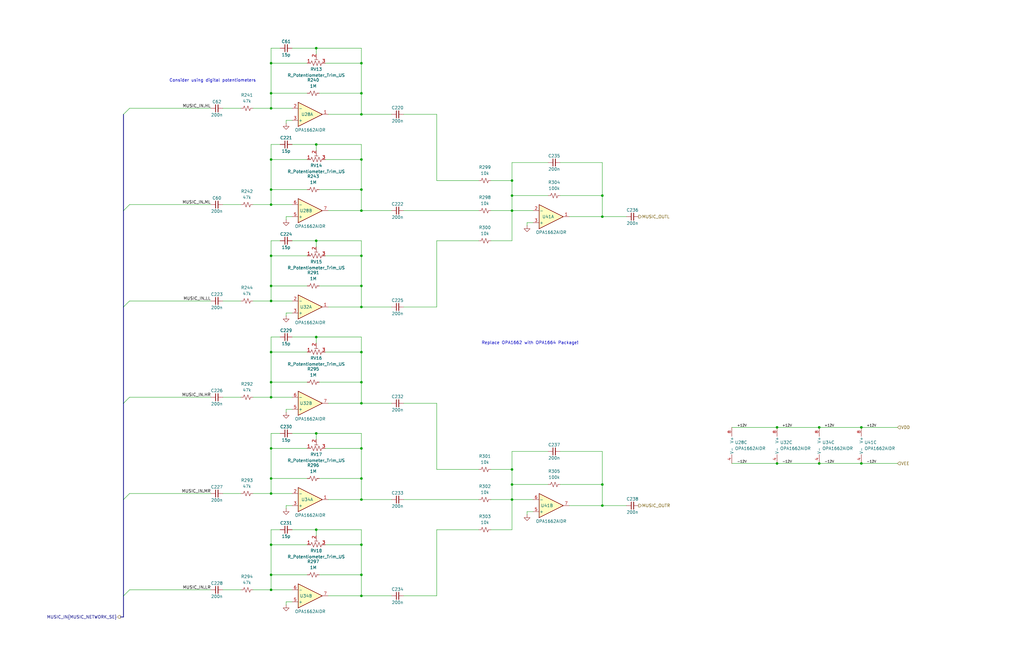
<source format=kicad_sch>
(kicad_sch (version 20250114) (generator "eeschema") (generator_version "9.0")
  (paper "B")
  (lib_symbols
    (symbol "Amplifier_Operational:OPA1656ID" (pin_names (offset 0.127))
      (property "Reference" "U" (at 0 5.08 0))
      (property "Value" "OPA1656ID" (at 0 -5.08 0))
      (symbol "OPA1656ID_1_1"
        (polyline (pts (xy -5.08 5.08) (xy 5.08 0) (xy -5.08 -5.08) (xy -5.08 5.08)) (stroke (width 0.254)) (fill (type background)))
        (pin input line (at -7.62 2.54 0) (length 2.54) (name "+") (number "3"))
        (pin input line (at -7.62 -2.54 0) (length 2.54) (name "-") (number "2"))
        (pin output line (at 7.62 0 180) (length 2.54) (name "~") (number "1"))
      )
      (symbol "OPA1656ID_2_1"
        (polyline (pts (xy -5.08 5.08) (xy 5.08 0) (xy -5.08 -5.08) (xy -5.08 5.08)) (stroke (width 0.254)) (fill (type background)))
        (pin input line (at -7.62 2.54 0) (length 2.54) (name "+") (number "5"))
        (pin input line (at -7.62 -2.54 0) (length 2.54) (name "-") (number "6"))
        (pin output line (at 7.62 0 180) (length 2.54) (name "~") (number "7"))
      )
      (symbol "OPA1656ID_3_1"
        (pin power_in line (at -2.54 7.62 270) (length 3.81) (name "V+") (number "8"))
        (pin power_in line (at -2.54 -7.62 90) (length 3.81) (name "V-") (number "4"))
      )
    )
    (symbol "Device:C_Small" (pin_numbers (hide yes)) (pin_names (offset 0.254) (hide yes))
      (property "Reference" "C" (at 0.254 1.778 0))
      (property "Value" "C_Small" (at 0.254 -2.032 0))
      (symbol "C_Small_0_1"
        (polyline (pts (xy -1.524 0.508) (xy 1.524 0.508)) (stroke (width 0.3048)))
        (polyline (pts (xy -1.524 -0.508) (xy 1.524 -0.508)) (stroke (width 0.3302)))
      )
      (symbol "C_Small_1_1"
        (pin passive line (at 0 2.54 270) (length 2.032) (name "~") (number "1"))
        (pin passive line (at 0 -2.54 90) (length 2.032) (name "~") (number "2"))
      )
    )
    (symbol "Device:R_Potentiometer_Trim_US" (pin_names (offset 1.016) (hide yes))
      (property "Reference" "RV" (at -4.445 0 90))
      (property "Value" "R_Potentiometer_Trim_US" (at -2.54 0 90))
      (symbol "R_Potentiometer_Trim_US_0_1"
        (polyline (pts (xy 0 2.286) (xy 0 2.54)))
        (polyline (pts (xy 0 2.286) (xy 1.016 1.905) (xy 0 1.524) (xy -1.016 1.143) (xy 0 0.762)))
        (polyline (pts (xy 0 0.762) (xy 1.016 0.381) (xy 0 0) (xy -1.016 -0.381) (xy 0 -0.762)))
        (polyline (pts (xy 0 -0.762) (xy 1.016 -1.143) (xy 0 -1.524) (xy -1.016 -1.905) (xy 0 -2.286)))
        (polyline (pts (xy 0 -2.286) (xy 0 -2.54)))
        (polyline (pts (xy 1.524 0.762) (xy 1.524 -0.762)))
        (polyline (pts (xy 2.54 0) (xy 1.524 0)))
      )
      (symbol "R_Potentiometer_Trim_US_1_1"
        (pin passive line (at 0 3.81 270) (length 1.27) (name "1") (number "1"))
        (pin passive line (at 0 -3.81 90) (length 1.27) (name "3") (number "3"))
        (pin passive line (at 3.81 0 180) (length 1.27) (name "2") (number "2"))
      )
    )
    (symbol "Device:R_Small_US" (pin_numbers (hide yes)) (pin_names (offset 0.254) (hide yes))
      (property "Reference" "R" (at 0.762 0.508 0))
      (property "Value" "R_Small_US" (at 0.762 -1.016 0))
      (symbol "R_Small_US_1_1"
        (polyline (pts (xy 0 1.524) (xy 1.016 1.143) (xy 0 0.762) (xy -1.016 0.381) (xy 0 0)))
        (polyline (pts (xy 0 0) (xy 1.016 -0.381) (xy 0 -0.762) (xy -1.016 -1.143) (xy 0 -1.524)))
        (pin passive line (at 0 2.54 270) (length 1.016) (name "~") (number "1"))
        (pin passive line (at 0 -2.54 90) (length 1.016) (name "~") (number "2"))
      )
    )
    (symbol "power:GND" (power) (pin_numbers (hide yes)) (pin_names (offset 0) (hide yes))
      (property "Value" "GND" (at 0 -3.81 0))
      (symbol "GND_0_1"
        (polyline (pts (xy 0 0) (xy 0 -1.27) (xy 1.27 -1.27) (xy 0 -2.54) (xy -1.27 -1.27) (xy 0 -1.27)))
      )
      (symbol "GND_1_1"
        (pin power_in line (at 0 0 270) (length 0) (name "~") (number "1"))
      )
    )
  )
  (text "Replace OPA1662 with OPA1664 Package!" (at 223.52 144.78 0) (effects (font (size 1.27 1.27))))
  (text "Consider using digital potentiometers" (at 89.662 34.036 0) (effects (font (size 1.27 1.27))))
  (junction (at 254 82.55))
  (junction (at 114.3 120.65))
  (junction (at 152.4 88.9))
  (junction (at 254 213.36))
  (junction (at 114.3 148.59))
  (junction (at 152.4 26.67))
  (junction (at 152.4 80.01))
  (junction (at 114.3 80.01))
  (junction (at 114.3 45.72))
  (junction (at 152.4 107.95))
  (junction (at 114.3 161.29))
  (junction (at 114.3 208.28))
  (junction (at 133.35 223.52))
  (junction (at 114.3 127))
  (junction (at 152.4 189.23))
  (junction (at 114.3 167.64))
  (junction (at 152.4 120.65))
  (junction (at 215.9 88.9))
  (junction (at 327.66 180.34))
  (junction (at 215.9 210.82))
  (junction (at 114.3 39.37))
  (junction (at 152.4 251.46))
  (junction (at 345.44 195.58))
  (junction (at 114.3 189.23))
  (junction (at 152.4 48.26))
  (junction (at 254 91.44))
  (junction (at 215.9 204.47))
  (junction (at 133.35 142.24))
  (junction (at 363.22 195.58))
  (junction (at 133.35 20.32))
  (junction (at 152.4 242.57))
  (junction (at 327.66 195.58))
  (junction (at 152.4 210.82))
  (junction (at 152.4 229.87))
  (junction (at 133.35 60.96))
  (junction (at 152.4 67.31))
  (junction (at 114.3 242.57))
  (junction (at 254 204.47))
  (junction (at 215.9 82.55))
  (junction (at 114.3 248.92))
  (junction (at 152.4 201.93))
  (junction (at 114.3 86.36))
  (junction (at 152.4 170.18))
  (junction (at 133.35 101.6))
  (junction (at 114.3 26.67))
  (junction (at 152.4 39.37))
  (junction (at 114.3 229.87))
  (junction (at 114.3 107.95))
  (junction (at 152.4 148.59))
  (junction (at 215.9 76.2))
  (junction (at 133.35 182.88))
  (junction (at 215.9 198.12))
  (junction (at 114.3 67.31))
  (junction (at 363.22 180.34))
  (junction (at 152.4 129.54))
  (junction (at 114.3 201.93))
  (junction (at 345.44 180.34))
  (junction (at 152.4 161.29))
  (bus_entry (at 52.07 48.26) (size 2.54 -2.54))
  (bus_entry (at 52.07 251.46) (size 2.54 -2.54))
  (bus_entry (at 52.07 210.82) (size 2.54 -2.54))
  (bus_entry (at 52.07 129.54) (size 2.54 -2.54))
  (bus_entry (at 52.07 88.9) (size 2.54 -2.54))
  (bus_entry (at 52.07 170.18) (size 2.54 -2.54))
  (wire (pts (xy 129.54 189.23) (xy 114.3 189.23)))
  (wire (pts (xy 129.54 67.31) (xy 114.3 67.31)))
  (wire (pts (xy 170.18 88.9) (xy 201.93 88.9)))
  (wire (pts (xy 152.4 107.95) (xy 152.4 120.65)))
  (wire (pts (xy 93.98 208.28) (xy 101.6 208.28)))
  (wire (pts (xy 133.35 182.88) (xy 133.35 185.42)))
  (wire (pts (xy 222.25 217.17) (xy 222.25 215.9)))
  (wire (pts (xy 207.01 88.9) (xy 215.9 88.9)))
  (wire (pts (xy 184.15 48.26) (xy 170.18 48.26)))
  (wire (pts (xy 170.18 129.54) (xy 184.15 129.54)))
  (wire (pts (xy 114.3 120.65) (xy 129.54 120.65)))
  (wire (pts (xy 133.35 223.52) (xy 152.4 223.52)))
  (wire (pts (xy 137.16 148.59) (xy 152.4 148.59)))
  (wire (pts (xy 152.4 148.59) (xy 152.4 161.29)))
  (wire (pts (xy 224.79 210.82) (xy 215.9 210.82)))
  (wire (pts (xy 137.16 67.31) (xy 152.4 67.31)))
  (wire (pts (xy 134.62 201.93) (xy 152.4 201.93)))
  (wire (pts (xy 114.3 142.24) (xy 118.11 142.24)))
  (wire (pts (xy 236.22 68.58) (xy 254 68.58)))
  (wire (pts (xy 129.54 26.67) (xy 114.3 26.67)))
  (wire (pts (xy 254 204.47) (xy 254 213.36)))
  (wire (pts (xy 120.65 213.36) (xy 123.19 213.36)))
  (wire (pts (xy 123.19 223.52) (xy 133.35 223.52)))
  (wire (pts (xy 152.4 182.88) (xy 152.4 189.23)))
  (wire (pts (xy 114.3 242.57) (xy 129.54 242.57)))
  (wire (pts (xy 114.3 101.6) (xy 118.11 101.6)))
  (wire (pts (xy 54.61 127) (xy 88.9 127)))
  (wire (pts (xy 106.68 167.64) (xy 114.3 167.64)))
  (wire (pts (xy 133.35 182.88) (xy 152.4 182.88)))
  (wire (pts (xy 123.19 248.92) (xy 114.3 248.92)))
  (wire (pts (xy 93.98 86.36) (xy 101.6 86.36)))
  (wire (pts (xy 133.35 142.24) (xy 152.4 142.24)))
  (wire (pts (xy 106.68 45.72) (xy 114.3 45.72)))
  (wire (pts (xy 207.01 76.2) (xy 215.9 76.2)))
  (wire (pts (xy 152.4 242.57) (xy 152.4 251.46)))
  (wire (pts (xy 133.35 20.32) (xy 133.35 22.86)))
  (wire (pts (xy 114.3 201.93) (xy 129.54 201.93)))
  (wire (pts (xy 215.9 82.55) (xy 231.14 82.55)))
  (wire (pts (xy 114.3 161.29) (xy 129.54 161.29)))
  (wire (pts (xy 129.54 107.95) (xy 114.3 107.95)))
  (wire (pts (xy 137.16 107.95) (xy 152.4 107.95)))
  (wire (pts (xy 106.68 248.92) (xy 114.3 248.92)))
  (wire (pts (xy 224.79 88.9) (xy 215.9 88.9)))
  (bus (pts (xy 52.07 88.9) (xy 52.07 129.54)))
  (wire (pts (xy 222.25 93.98) (xy 224.79 93.98)))
  (wire (pts (xy 106.68 127) (xy 114.3 127)))
  (wire (pts (xy 152.4 189.23) (xy 152.4 201.93)))
  (wire (pts (xy 254 91.44) (xy 264.16 91.44)))
  (wire (pts (xy 308.61 195.58) (xy 327.66 195.58)))
  (wire (pts (xy 207.01 223.52) (xy 215.9 223.52)))
  (wire (pts (xy 201.93 198.12) (xy 184.15 198.12)))
  (wire (pts (xy 152.4 161.29) (xy 152.4 170.18)))
  (wire (pts (xy 170.18 210.82) (xy 201.93 210.82)))
  (wire (pts (xy 93.98 45.72) (xy 101.6 45.72)))
  (wire (pts (xy 114.3 182.88) (xy 118.11 182.88)))
  (wire (pts (xy 93.98 248.92) (xy 101.6 248.92)))
  (wire (pts (xy 184.15 101.6) (xy 201.93 101.6)))
  (wire (pts (xy 152.4 201.93) (xy 152.4 210.82)))
  (wire (pts (xy 114.3 148.59) (xy 114.3 161.29)))
  (wire (pts (xy 120.65 214.63) (xy 120.65 213.36)))
  (wire (pts (xy 152.4 39.37) (xy 152.4 48.26)))
  (wire (pts (xy 114.3 80.01) (xy 129.54 80.01)))
  (wire (pts (xy 327.66 180.34) (xy 345.44 180.34)))
  (wire (pts (xy 114.3 20.32) (xy 118.11 20.32)))
  (wire (pts (xy 120.65 92.71) (xy 120.65 91.44)))
  (bus (pts (xy 52.07 251.46) (xy 52.07 260.35)))
  (wire (pts (xy 123.19 45.72) (xy 114.3 45.72)))
  (wire (pts (xy 254 213.36) (xy 264.16 213.36)))
  (wire (pts (xy 54.61 208.28) (xy 88.9 208.28)))
  (wire (pts (xy 114.3 67.31) (xy 114.3 80.01)))
  (wire (pts (xy 152.4 251.46) (xy 165.1 251.46)))
  (wire (pts (xy 137.16 189.23) (xy 152.4 189.23)))
  (wire (pts (xy 363.22 180.34) (xy 378.46 180.34)))
  (wire (pts (xy 93.98 127) (xy 101.6 127)))
  (wire (pts (xy 134.62 39.37) (xy 152.4 39.37)))
  (wire (pts (xy 184.15 198.12) (xy 184.15 170.18)))
  (wire (pts (xy 215.9 88.9) (xy 215.9 82.55)))
  (wire (pts (xy 133.35 142.24) (xy 133.35 144.78)))
  (wire (pts (xy 114.3 223.52) (xy 118.11 223.52)))
  (wire (pts (xy 134.62 80.01) (xy 152.4 80.01)))
  (wire (pts (xy 152.4 170.18) (xy 138.43 170.18)))
  (wire (pts (xy 120.65 52.07) (xy 120.65 50.8)))
  (wire (pts (xy 207.01 210.82) (xy 215.9 210.82)))
  (wire (pts (xy 137.16 26.67) (xy 152.4 26.67)))
  (wire (pts (xy 123.19 60.96) (xy 133.35 60.96)))
  (bus (pts (xy 52.07 170.18) (xy 52.07 210.82)))
  (wire (pts (xy 152.4 129.54) (xy 165.1 129.54)))
  (wire (pts (xy 114.3 101.6) (xy 114.3 107.95)))
  (wire (pts (xy 152.4 210.82) (xy 138.43 210.82)))
  (bus (pts (xy 52.07 129.54) (xy 52.07 170.18)))
  (wire (pts (xy 114.3 223.52) (xy 114.3 229.87)))
  (wire (pts (xy 123.19 208.28) (xy 114.3 208.28)))
  (wire (pts (xy 254 82.55) (xy 254 91.44)))
  (wire (pts (xy 308.61 180.34) (xy 327.66 180.34)))
  (wire (pts (xy 215.9 204.47) (xy 231.14 204.47)))
  (wire (pts (xy 114.3 107.95) (xy 114.3 120.65)))
  (wire (pts (xy 207.01 101.6) (xy 215.9 101.6)))
  (wire (pts (xy 120.65 50.8) (xy 123.19 50.8)))
  (wire (pts (xy 201.93 76.2) (xy 184.15 76.2)))
  (wire (pts (xy 152.4 60.96) (xy 152.4 67.31)))
  (wire (pts (xy 114.3 20.32) (xy 114.3 26.67)))
  (wire (pts (xy 133.35 20.32) (xy 152.4 20.32)))
  (wire (pts (xy 123.19 101.6) (xy 133.35 101.6)))
  (wire (pts (xy 123.19 167.64) (xy 114.3 167.64)))
  (wire (pts (xy 152.4 101.6) (xy 152.4 107.95)))
  (wire (pts (xy 152.4 20.32) (xy 152.4 26.67)))
  (wire (pts (xy 215.9 190.5) (xy 215.9 198.12)))
  (wire (pts (xy 152.4 88.9) (xy 138.43 88.9)))
  (wire (pts (xy 114.3 142.24) (xy 114.3 148.59)))
  (wire (pts (xy 215.9 101.6) (xy 215.9 88.9)))
  (wire (pts (xy 114.3 229.87) (xy 114.3 242.57)))
  (wire (pts (xy 120.65 173.99) (xy 120.65 172.72)))
  (wire (pts (xy 114.3 26.67) (xy 114.3 39.37)))
  (wire (pts (xy 114.3 248.92) (xy 114.3 242.57)))
  (wire (pts (xy 114.3 60.96) (xy 114.3 67.31)))
  (wire (pts (xy 184.15 251.46) (xy 184.15 223.52)))
  (bus (pts (xy 52.07 260.35) (xy 50.8 260.35)))
  (wire (pts (xy 114.3 86.36) (xy 114.3 80.01)))
  (wire (pts (xy 54.61 45.72) (xy 88.9 45.72)))
  (wire (pts (xy 120.65 91.44) (xy 123.19 91.44)))
  (wire (pts (xy 222.25 215.9) (xy 224.79 215.9)))
  (wire (pts (xy 152.4 210.82) (xy 165.1 210.82)))
  (wire (pts (xy 215.9 68.58) (xy 215.9 76.2)))
  (wire (pts (xy 254 68.58) (xy 254 82.55)))
  (wire (pts (xy 137.16 229.87) (xy 152.4 229.87)))
  (wire (pts (xy 129.54 229.87) (xy 114.3 229.87)))
  (wire (pts (xy 54.61 167.64) (xy 88.9 167.64)))
  (wire (pts (xy 152.4 80.01) (xy 152.4 88.9)))
  (wire (pts (xy 123.19 127) (xy 114.3 127)))
  (wire (pts (xy 184.15 223.52) (xy 201.93 223.52)))
  (wire (pts (xy 123.19 86.36) (xy 114.3 86.36)))
  (wire (pts (xy 134.62 120.65) (xy 152.4 120.65)))
  (wire (pts (xy 152.4 223.52) (xy 152.4 229.87)))
  (wire (pts (xy 236.22 204.47) (xy 254 204.47)))
  (wire (pts (xy 215.9 198.12) (xy 215.9 204.47)))
  (wire (pts (xy 120.65 255.27) (xy 120.65 254)))
  (wire (pts (xy 114.3 167.64) (xy 114.3 161.29)))
  (bus (pts (xy 52.07 48.26) (xy 52.07 88.9)))
  (wire (pts (xy 114.3 189.23) (xy 114.3 201.93)))
  (wire (pts (xy 133.35 60.96) (xy 152.4 60.96)))
  (wire (pts (xy 152.4 229.87) (xy 152.4 242.57)))
  (wire (pts (xy 114.3 60.96) (xy 118.11 60.96)))
  (wire (pts (xy 345.44 195.58) (xy 363.22 195.58)))
  (wire (pts (xy 106.68 208.28) (xy 114.3 208.28)))
  (wire (pts (xy 120.65 254) (xy 123.19 254)))
  (wire (pts (xy 254 190.5) (xy 254 204.47)))
  (wire (pts (xy 254 91.44) (xy 240.03 91.44)))
  (wire (pts (xy 152.4 26.67) (xy 152.4 39.37)))
  (wire (pts (xy 184.15 170.18) (xy 170.18 170.18)))
  (wire (pts (xy 129.54 148.59) (xy 114.3 148.59)))
  (wire (pts (xy 123.19 182.88) (xy 133.35 182.88)))
  (wire (pts (xy 152.4 48.26) (xy 165.1 48.26)))
  (wire (pts (xy 236.22 82.55) (xy 254 82.55)))
  (wire (pts (xy 93.98 167.64) (xy 101.6 167.64)))
  (wire (pts (xy 215.9 68.58) (xy 231.14 68.58)))
  (wire (pts (xy 345.44 180.34) (xy 363.22 180.34)))
  (wire (pts (xy 152.4 88.9) (xy 165.1 88.9)))
  (wire (pts (xy 123.19 20.32) (xy 133.35 20.32)))
  (wire (pts (xy 114.3 208.28) (xy 114.3 201.93)))
  (wire (pts (xy 114.3 39.37) (xy 129.54 39.37)))
  (wire (pts (xy 120.65 132.08) (xy 123.19 132.08)))
  (wire (pts (xy 363.22 195.58) (xy 378.46 195.58)))
  (wire (pts (xy 54.61 248.92) (xy 88.9 248.92)))
  (wire (pts (xy 184.15 129.54) (xy 184.15 101.6)))
  (wire (pts (xy 254 213.36) (xy 240.03 213.36)))
  (wire (pts (xy 120.65 172.72) (xy 123.19 172.72)))
  (wire (pts (xy 215.9 76.2) (xy 215.9 82.55)))
  (wire (pts (xy 54.61 86.36) (xy 88.9 86.36)))
  (wire (pts (xy 152.4 120.65) (xy 152.4 129.54)))
  (wire (pts (xy 327.66 195.58) (xy 345.44 195.58)))
  (wire (pts (xy 120.65 133.35) (xy 120.65 132.08)))
  (bus (pts (xy 52.07 210.82) (xy 52.07 251.46)))
  (wire (pts (xy 184.15 76.2) (xy 184.15 48.26)))
  (wire (pts (xy 152.4 48.26) (xy 138.43 48.26)))
  (wire (pts (xy 123.19 142.24) (xy 133.35 142.24)))
  (wire (pts (xy 152.4 170.18) (xy 165.1 170.18)))
  (wire (pts (xy 114.3 45.72) (xy 114.3 39.37)))
  (wire (pts (xy 114.3 127) (xy 114.3 120.65)))
  (wire (pts (xy 106.68 86.36) (xy 114.3 86.36)))
  (wire (pts (xy 222.25 95.25) (xy 222.25 93.98)))
  (wire (pts (xy 152.4 251.46) (xy 138.43 251.46)))
  (wire (pts (xy 207.01 198.12) (xy 215.9 198.12)))
  (wire (pts (xy 152.4 142.24) (xy 152.4 148.59)))
  (wire (pts (xy 152.4 129.54) (xy 138.43 129.54)))
  (wire (pts (xy 134.62 242.57) (xy 152.4 242.57)))
  (wire (pts (xy 170.18 251.46) (xy 184.15 251.46)))
  (wire (pts (xy 114.3 182.88) (xy 114.3 189.23)))
  (wire (pts (xy 215.9 223.52) (xy 215.9 210.82)))
  (wire (pts (xy 133.35 101.6) (xy 152.4 101.6)))
  (wire (pts (xy 215.9 210.82) (xy 215.9 204.47)))
  (wire (pts (xy 152.4 67.31) (xy 152.4 80.01)))
  (wire (pts (xy 236.22 190.5) (xy 254 190.5)))
  (wire (pts (xy 133.35 223.52) (xy 133.35 226.06)))
  (wire (pts (xy 133.35 101.6) (xy 133.35 104.14)))
  (wire (pts (xy 134.62 161.29) (xy 152.4 161.29)))
  (wire (pts (xy 133.35 60.96) (xy 133.35 63.5)))
  (wire (pts (xy 215.9 190.5) (xy 231.14 190.5)))
  (label "-12V" (at 351.79 195.58 180) (effects (font (size 1 1))))
  (label "+12V" (at 334.01 180.34 180) (effects (font (size 1 1))))
  (label "MUSIC_IN.HR" (at 88.9 167.64 180))
  (label "MUSIC_IN.LL" (at 88.9 127 180))
  (label "-12V" (at 314.96 195.58 180) (effects (font (size 1 1))))
  (label "MUSIC_IN.LR" (at 88.9 248.92 180))
  (label "-12V" (at 334.01 195.58 180) (effects (font (size 1 1))))
  (label "+12V" (at 314.96 180.34 180) (effects (font (size 1 1))))
  (label "MUSIC_IN.HL" (at 88.9 45.72 180))
  (label "+12V" (at 351.79 180.34 180) (effects (font (size 1 1))))
  (label "MUSIC_IN.MR" (at 88.9 208.28 180))
  (label "MUSIC_IN.ML" (at 88.9 86.36 180))
  (label "+12V" (at 369.57 180.34 180) (effects (font (size 1 1))))
  (label "-12V" (at 369.57 195.58 180) (effects (font (size 1 1))))
  (hierarchical_label "MUSIC_OUTL" (shape output) (at 269.24 91.44 0))
  (hierarchical_label "MUSIC_IN{MUSIC_NETWORK_SE}" (shape output) (at 50.8 260.35 180))
  (hierarchical_label "VDD" (shape input) (at 378.46 180.34 0))
  (hierarchical_label "MUSIC_OUTR" (shape output) (at 269.24 213.36 0))
  (hierarchical_label "VEE" (shape input) (at 378.46 195.58 0))
  (symbol (lib_id "Device:C_Small") (at 120.65 142.24 90) (mirror x) (unit 1)
    (property "Reference" "C229" (at 120.65 139.446 90))
    (property "Value" "15p" (at 120.65 145.034 90))
    (property "Description" "Unpolarized capacitor, small symbol" (effects (hide yes)))
  )
  (symbol (lib_id "Amplifier_Operational:OPA1656ID") (at 232.41 91.44 0) (mirror x) (unit 1)
    (property "Reference" "U41" (at 231.14 91.44 0))
    (property "Value" "OPA1662AIDR" (at 232.41 98.044 0))
    (property "Footprint" "Package_SO:SOIC-8_3.9x4.9mm_P1.27mm" (effects (hide yes)))
    (property "Datasheet" "https://www.ti.com/lit/ds/symlink/opa1662.pdf?HQS=dis-dk-null-digikeymode-dsf-pf-null-wwe&ts=1750397590108&ref_url=https%253A%252F%252Fwww.ti.com%252Fgeneral%252Fdocs%252Fsuppproductinfo.tsp%253FdistId%253D10%2526gotoUrl%253Dhttps%253A%252F%252Fwww.ti.com%252Flit%252Fgpn%252Fopa1662" (effects (hide yes)))
    (property "Description" "Dual Ultra-Low-Noise, Low-Distortion, FET-Input, Burr-Brown Audio Operational Amplifiers, SOIC-8" (effects (hide yes)))
  )
  (symbol (lib_id "Device:R_Potentiometer_Trim_US") (at 133.35 26.67 90) (unit 1)
    (property "Reference" "RV13" (at 133.35 29.21 90))
    (property "Value" "R_Potentiometer_Trim_US" (at 133.35 31.75 90))
    (property "Description" "Trim-potentiometer, US symbol" (effects (hide yes)))
  )
  (symbol (lib_id "Device:C_Small") (at 120.65 60.96 90) (mirror x) (unit 1)
    (property "Reference" "C221" (at 120.65 58.166 90))
    (property "Value" "15p" (at 120.65 63.754 90))
    (property "Description" "Unpolarized capacitor, small symbol" (effects (hide yes)))
  )
  (symbol (lib_id "power:GND") (at 222.25 217.17 0) (unit 1)
    (property "Reference" "#PWR0167" (effects (hide yes)))
    (property "Value" "GND" (effects (hide yes)))
    (property "Description" "Power symbol creates a global label with name \"GND\" , ground" (effects (hide yes)))
  )
  (symbol (lib_id "Device:R_Potentiometer_Trim_US") (at 133.35 189.23 90) (unit 1)
    (property "Reference" "RV17" (at 133.35 191.77 90))
    (property "Value" "R_Potentiometer_Trim_US" (at 133.35 194.31 90))
    (property "Description" "Trim-potentiometer, US symbol" (effects (hide yes)))
  )
  (symbol (lib_id "Device:C_Small") (at 167.64 48.26 90) (mirror x) (unit 1)
    (property "Reference" "C220" (at 167.64 45.466 90))
    (property "Value" "200n" (at 167.64 51.054 90))
    (property "Description" "Unpolarized capacitor, small symbol" (effects (hide yes)))
  )
  (symbol (lib_id "Amplifier_Operational:OPA1656ID") (at 130.81 88.9 0) (mirror x) (unit 2)
    (property "Reference" "U28" (at 129.032 88.9 0))
    (property "Value" "OPA1662AIDR" (at 130.81 95.504 0))
    (property "Footprint" "Package_SO:SOIC-8_3.9x4.9mm_P1.27mm" (effects (hide yes)))
    (property "Datasheet" "https://www.ti.com/lit/ds/symlink/opa1662.pdf?HQS=dis-dk-null-digikeymode-dsf-pf-null-wwe&ts=1750397590108&ref_url=https%253A%252F%252Fwww.ti.com%252Fgeneral%252Fdocs%252Fsuppproductinfo.tsp%253FdistId%253D10%2526gotoUrl%253Dhttps%253A%252F%252Fwww.ti.com%252Flit%252Fgpn%252Fopa1662" (effects (hide yes)))
    (property "Description" "Dual Ultra-Low-Noise, Low-Distortion, FET-Input, Burr-Brown Audio Operational Amplifiers, SOIC-8" (effects (hide yes)))
  )
  (symbol (lib_id "Amplifier_Operational:OPA1656ID") (at 130.81 210.82 0) (mirror x) (unit 1)
    (property "Reference" "U34" (at 129.54 210.82 0))
    (property "Value" "OPA1662AIDR" (at 130.81 217.424 0))
    (property "Footprint" "Package_SO:SOIC-8_3.9x4.9mm_P1.27mm" (effects (hide yes)))
    (property "Datasheet" "https://www.ti.com/lit/ds/symlink/opa1662.pdf?HQS=dis-dk-null-digikeymode-dsf-pf-null-wwe&ts=1750397590108&ref_url=https%253A%252F%252Fwww.ti.com%252Fgeneral%252Fdocs%252Fsuppproductinfo.tsp%253FdistId%253D10%2526gotoUrl%253Dhttps%253A%252F%252Fwww.ti.com%252Flit%252Fgpn%252Fopa1662" (effects (hide yes)))
    (property "Description" "Dual Ultra-Low-Noise, Low-Distortion, FET-Input, Burr-Brown Audio Operational Amplifiers, SOIC-8" (effects (hide yes)))
  )
  (symbol (lib_id "Device:C_Small") (at 233.68 190.5 90) (mirror x) (unit 1)
    (property "Reference" "C237" (at 233.68 187.706 90))
    (property "Value" "200n" (at 233.68 193.294 90))
    (property "Description" "Unpolarized capacitor, small symbol" (effects (hide yes)))
  )
  (symbol (lib_id "Device:R_Small_US") (at 104.14 86.36 90) (unit 1)
    (property "Reference" "R242" (at 104.14 80.772 90))
    (property "Value" "47k" (at 104.14 83.312 90))
    (property "Description" "Resistor, small US symbol" (effects (hide yes)))
  )
  (symbol (lib_id "Device:R_Small_US") (at 204.47 76.2 90) (unit 1)
    (property "Reference" "R299" (at 204.47 70.612 90))
    (property "Value" "10k" (at 204.47 73.152 90))
    (property "Description" "Resistor, small US symbol" (effects (hide yes)))
  )
  (symbol (lib_id "Device:R_Small_US") (at 104.14 127 90) (unit 1)
    (property "Reference" "R244" (at 104.14 121.412 90))
    (property "Value" "47k" (at 104.14 123.952 90))
    (property "Description" "Resistor, small US symbol" (effects (hide yes)))
  )
  (symbol (lib_id "Device:C_Small") (at 167.64 88.9 90) (mirror x) (unit 1)
    (property "Reference" "C222" (at 167.64 86.106 90))
    (property "Value" "200n" (at 167.64 91.694 90))
    (property "Description" "Unpolarized capacitor, small symbol" (effects (hide yes)))
  )
  (symbol (lib_id "Device:C_Small") (at 91.44 248.92 90) (mirror x) (unit 1)
    (property "Reference" "C228" (at 91.44 246.126 90))
    (property "Value" "200n" (at 91.44 251.714 90))
    (property "Description" "Unpolarized capacitor, small symbol" (effects (hide yes)))
  )
  (symbol (lib_id "Device:R_Small_US") (at 204.47 101.6 90) (unit 1)
    (property "Reference" "R300" (at 204.47 96.012 90))
    (property "Value" "10k" (at 204.47 98.552 90))
    (property "Description" "Resistor, small US symbol" (effects (hide yes)))
  )
  (symbol (lib_id "Device:R_Small_US") (at 132.08 120.65 90) (unit 1)
    (property "Reference" "R291" (at 132.08 115.062 90))
    (property "Value" "1M" (at 132.08 117.602 90))
    (property "Description" "Resistor, small US symbol" (effects (hide yes)))
  )
  (symbol (lib_id "Amplifier_Operational:OPA1656ID") (at 130.81 48.26 0) (mirror x) (unit 1)
    (property "Reference" "U28" (at 129.54 48.26 0))
    (property "Value" "OPA1662AIDR" (at 130.81 54.864 0))
    (property "Footprint" "Package_SO:SOIC-8_3.9x4.9mm_P1.27mm" (effects (hide yes)))
    (property "Datasheet" "https://www.ti.com/lit/ds/symlink/opa1662.pdf?HQS=dis-dk-null-digikeymode-dsf-pf-null-wwe&ts=1750397590108&ref_url=https%253A%252F%252Fwww.ti.com%252Fgeneral%252Fdocs%252Fsuppproductinfo.tsp%253FdistId%253D10%2526gotoUrl%253Dhttps%253A%252F%252Fwww.ti.com%252Flit%252Fgpn%252Fopa1662" (effects (hide yes)))
    (property "Description" "Dual Ultra-Low-Noise, Low-Distortion, FET-Input, Burr-Brown Audio Operational Amplifiers, SOIC-8" (effects (hide yes)))
  )
  (symbol (lib_id "Device:R_Small_US") (at 204.47 198.12 90) (unit 1)
    (property "Reference" "R301" (at 204.47 192.532 90))
    (property "Value" "10k" (at 204.47 195.072 90))
    (property "Description" "Resistor, small US symbol" (effects (hide yes)))
  )
  (symbol (lib_id "Amplifier_Operational:OPA1656ID") (at 347.98 187.96 0) (unit 3)
    (property "Reference" "U34" (at 346.71 186.6899 0) (effects (justify left)))
    (property "Value" "OPA1662AIDR" (at 346.71 189.2299 0) (effects (justify left)))
    (property "Footprint" "Package_SO:SOIC-8_3.9x4.9mm_P1.27mm" (effects (hide yes)))
    (property "Datasheet" "https://www.ti.com/lit/ds/symlink/opa1662.pdf?HQS=dis-dk-null-digikeymode-dsf-pf-null-wwe&ts=1750397590108&ref_url=https%253A%252F%252Fwww.ti.com%252Fgeneral%252Fdocs%252Fsuppproductinfo.tsp%253FdistId%253D10%2526gotoUrl%253Dhttps%253A%252F%252Fwww.ti.com%252Flit%252Fgpn%252Fopa1662" (effects (hide yes)))
    (property "Description" "Dual Ultra-Low-Noise, Low-Distortion, FET-Input, Burr-Brown Audio Operational Amplifiers, SOIC-8" (effects (hide yes)))
  )
  (symbol (lib_id "Device:R_Small_US") (at 233.68 82.55 90) (unit 1)
    (property "Reference" "R304" (at 233.68 76.962 90))
    (property "Value" "100k" (at 233.68 79.502 90))
    (property "Description" "Resistor, small US symbol" (effects (hide yes)))
  )
  (symbol (lib_id "Amplifier_Operational:OPA1656ID") (at 130.81 129.54 0) (mirror x) (unit 1)
    (property "Reference" "U32" (at 129.032 129.54 0))
    (property "Value" "OPA1662AIDR" (at 130.81 136.144 0))
    (property "Footprint" "Package_SO:SOIC-8_3.9x4.9mm_P1.27mm" (effects (hide yes)))
    (property "Datasheet" "https://www.ti.com/lit/ds/symlink/opa1662.pdf?HQS=dis-dk-null-digikeymode-dsf-pf-null-wwe&ts=1750397590108&ref_url=https%253A%252F%252Fwww.ti.com%252Fgeneral%252Fdocs%252Fsuppproductinfo.tsp%253FdistId%253D10%2526gotoUrl%253Dhttps%253A%252F%252Fwww.ti.com%252Flit%252Fgpn%252Fopa1662" (effects (hide yes)))
    (property "Description" "Dual Ultra-Low-Noise, Low-Distortion, FET-Input, Burr-Brown Audio Operational Amplifiers, SOIC-8" (effects (hide yes)))
  )
  (symbol (lib_id "Amplifier_Operational:OPA1656ID") (at 130.81 251.46 0) (mirror x) (unit 2)
    (property "Reference" "U34" (at 129.032 251.46 0))
    (property "Value" "OPA1662AIDR" (at 130.81 258.064 0))
    (property "Footprint" "Package_SO:SOIC-8_3.9x4.9mm_P1.27mm" (effects (hide yes)))
    (property "Datasheet" "https://www.ti.com/lit/ds/symlink/opa1662.pdf?HQS=dis-dk-null-digikeymode-dsf-pf-null-wwe&ts=1750397590108&ref_url=https%253A%252F%252Fwww.ti.com%252Fgeneral%252Fdocs%252Fsuppproductinfo.tsp%253FdistId%253D10%2526gotoUrl%253Dhttps%253A%252F%252Fwww.ti.com%252Flit%252Fgpn%252Fopa1662" (effects (hide yes)))
    (property "Description" "Dual Ultra-Low-Noise, Low-Distortion, FET-Input, Burr-Brown Audio Operational Amplifiers, SOIC-8" (effects (hide yes)))
  )
  (symbol (lib_id "Device:R_Small_US") (at 104.14 167.64 90) (unit 1)
    (property "Reference" "R292" (at 104.14 162.052 90))
    (property "Value" "47k" (at 104.14 164.592 90))
    (property "Description" "Resistor, small US symbol" (effects (hide yes)))
  )
  (symbol (lib_id "Device:C_Small") (at 91.44 208.28 90) (mirror x) (unit 1)
    (property "Reference" "C227" (at 91.44 205.486 90))
    (property "Value" "200n" (at 91.44 211.074 90))
    (property "Description" "Unpolarized capacitor, small symbol" (effects (hide yes)))
  )
  (symbol (lib_id "Device:R_Small_US") (at 204.47 223.52 90) (unit 1)
    (property "Reference" "R303" (at 204.47 217.932 90))
    (property "Value" "10k" (at 204.47 220.472 90))
    (property "Description" "Resistor, small US symbol" (effects (hide yes)))
  )
  (symbol (lib_id "Device:R_Small_US") (at 233.68 204.47 90) (unit 1)
    (property "Reference" "R305" (at 233.68 198.882 90))
    (property "Value" "100k" (at 233.68 201.422 90))
    (property "Description" "Resistor, small US symbol" (effects (hide yes)))
  )
  (symbol (lib_id "Device:R_Small_US") (at 204.47 210.82 90) (unit 1)
    (property "Reference" "R302" (at 204.47 205.232 90))
    (property "Value" "10k" (at 204.47 207.772 90))
    (property "Description" "Resistor, small US symbol" (effects (hide yes)))
  )
  (symbol (lib_id "power:GND") (at 120.65 52.07 0) (unit 1)
    (property "Reference" "#PWR0159" (effects (hide yes)))
    (property "Value" "GND" (effects (hide yes)))
    (property "Description" "Power symbol creates a global label with name \"GND\" , ground" (effects (hide yes)))
  )
  (symbol (lib_id "Device:R_Small_US") (at 104.14 45.72 90) (unit 1)
    (property "Reference" "R241" (at 104.14 40.132 90))
    (property "Value" "47k" (at 104.14 42.672 90))
    (property "Description" "Resistor, small US symbol" (effects (hide yes)))
  )
  (symbol (lib_id "Device:R_Small_US") (at 132.08 39.37 90) (unit 1)
    (property "Reference" "R240" (at 132.08 33.782 90))
    (property "Value" "1M" (at 132.08 36.322 90))
    (property "Description" "Resistor, small US symbol" (effects (hide yes)))
  )
  (symbol (lib_id "Device:R_Small_US") (at 104.14 208.28 90) (unit 1)
    (property "Reference" "R293" (at 104.14 202.692 90))
    (property "Value" "47k" (at 104.14 205.232 90))
    (property "Description" "Resistor, small US symbol" (effects (hide yes)))
  )
  (symbol (lib_id "Device:R_Potentiometer_Trim_US") (at 133.35 229.87 90) (unit 1)
    (property "Reference" "RV18" (at 133.35 232.41 90))
    (property "Value" "R_Potentiometer_Trim_US" (at 133.35 234.95 90))
    (property "Description" "Trim-potentiometer, US symbol" (effects (hide yes)))
  )
  (symbol (lib_id "Device:C_Small") (at 120.65 182.88 90) (mirror x) (unit 1)
    (property "Reference" "C230" (at 120.65 180.086 90))
    (property "Value" "15p" (at 120.65 185.674 90))
    (property "Description" "Unpolarized capacitor, small symbol" (effects (hide yes)))
  )
  (symbol (lib_id "Device:C_Small") (at 167.64 251.46 90) (mirror x) (unit 1)
    (property "Reference" "C234" (at 167.64 248.666 90))
    (property "Value" "200n" (at 167.64 254.254 90))
    (property "Description" "Unpolarized capacitor, small symbol" (effects (hide yes)))
  )
  (symbol (lib_id "Device:C_Small") (at 167.64 129.54 90) (mirror x) (unit 1)
    (property "Reference" "C225" (at 167.64 126.746 90))
    (property "Value" "200n" (at 167.64 132.334 90))
    (property "Description" "Unpolarized capacitor, small symbol" (effects (hide yes)))
  )
  (symbol (lib_id "Device:C_Small") (at 120.65 223.52 90) (mirror x) (unit 1)
    (property "Reference" "C231" (at 120.65 220.726 90))
    (property "Value" "15p" (at 120.65 226.314 90))
    (property "Description" "Unpolarized capacitor, small symbol" (effects (hide yes)))
  )
  (symbol (lib_id "power:GND") (at 120.65 133.35 0) (unit 1)
    (property "Reference" "#PWR0161" (effects (hide yes)))
    (property "Value" "GND" (effects (hide yes)))
    (property "Description" "Power symbol creates a global label with name \"GND\" , ground" (effects (hide yes)))
  )
  (symbol (lib_id "Device:R_Small_US") (at 204.47 88.9 90) (unit 1)
    (property "Reference" "R298" (at 204.47 83.312 90))
    (property "Value" "10k" (at 204.47 85.852 90))
    (property "Description" "Resistor, small US symbol" (effects (hide yes)))
  )
  (symbol (lib_id "Device:R_Small_US") (at 132.08 161.29 90) (unit 1)
    (property "Reference" "R295" (at 132.08 155.702 90))
    (property "Value" "1M" (at 132.08 158.242 90))
    (property "Description" "Resistor, small US symbol" (effects (hide yes)))
  )
  (symbol (lib_id "Device:R_Potentiometer_Trim_US") (at 133.35 67.31 90) (unit 1)
    (property "Reference" "RV14" (at 133.35 69.85 90))
    (property "Value" "R_Potentiometer_Trim_US" (at 133.35 72.39 90))
    (property "Description" "Trim-potentiometer, US symbol" (effects (hide yes)))
  )
  (symbol (lib_id "power:GND") (at 120.65 92.71 0) (unit 1)
    (property "Reference" "#PWR0160" (effects (hide yes)))
    (property "Value" "GND" (effects (hide yes)))
    (property "Description" "Power symbol creates a global label with name \"GND\" , ground" (effects (hide yes)))
  )
  (symbol (lib_id "Device:R_Potentiometer_Trim_US") (at 133.35 107.95 90) (unit 1)
    (property "Reference" "RV15" (at 133.35 110.49 90))
    (property "Value" "R_Potentiometer_Trim_US" (at 133.35 113.03 90))
    (property "Description" "Trim-potentiometer, US symbol" (effects (hide yes)))
  )
  (symbol (lib_id "Amplifier_Operational:OPA1656ID") (at 330.2 187.96 0) (unit 3)
    (property "Reference" "U32" (at 328.93 186.6899 0) (effects (justify left)))
    (property "Value" "OPA1662AIDR" (at 328.93 189.2299 0) (effects (justify left)))
    (property "Footprint" "Package_SO:SOIC-8_3.9x4.9mm_P1.27mm" (effects (hide yes)))
    (property "Datasheet" "https://www.ti.com/lit/ds/symlink/opa1662.pdf?HQS=dis-dk-null-digikeymode-dsf-pf-null-wwe&ts=1750397590108&ref_url=https%253A%252F%252Fwww.ti.com%252Fgeneral%252Fdocs%252Fsuppproductinfo.tsp%253FdistId%253D10%2526gotoUrl%253Dhttps%253A%252F%252Fwww.ti.com%252Flit%252Fgpn%252Fopa1662" (effects (hide yes)))
    (property "Description" "Dual Ultra-Low-Noise, Low-Distortion, FET-Input, Burr-Brown Audio Operational Amplifiers, SOIC-8" (effects (hide yes)))
  )
  (symbol (lib_id "Device:C_Small") (at 120.65 101.6 90) (mirror x) (unit 1)
    (property "Reference" "C224" (at 120.65 98.806 90))
    (property "Value" "15p" (at 120.65 104.394 90))
    (property "Description" "Unpolarized capacitor, small symbol" (effects (hide yes)))
  )
  (symbol (lib_id "Amplifier_Operational:OPA1656ID") (at 130.81 170.18 0) (mirror x) (unit 2)
    (property "Reference" "U32" (at 129.032 170.18 0))
    (property "Value" "OPA1662AIDR" (at 130.81 176.784 0))
    (property "Footprint" "Package_SO:SOIC-8_3.9x4.9mm_P1.27mm" (effects (hide yes)))
    (property "Datasheet" "https://www.ti.com/lit/ds/symlink/opa1662.pdf?HQS=dis-dk-null-digikeymode-dsf-pf-null-wwe&ts=1750397590108&ref_url=https%253A%252F%252Fwww.ti.com%252Fgeneral%252Fdocs%252Fsuppproductinfo.tsp%253FdistId%253D10%2526gotoUrl%253Dhttps%253A%252F%252Fwww.ti.com%252Flit%252Fgpn%252Fopa1662" (effects (hide yes)))
    (property "Description" "Dual Ultra-Low-Noise, Low-Distortion, FET-Input, Burr-Brown Audio Operational Amplifiers, SOIC-8" (effects (hide yes)))
  )
  (symbol (lib_id "Device:C_Small") (at 266.7 91.44 90) (mirror x) (unit 1)
    (property "Reference" "C236" (at 266.7 88.646 90))
    (property "Value" "200n" (at 266.7 94.234 90))
    (property "Description" "Unpolarized capacitor, small symbol" (effects (hide yes)))
  )
  (symbol (lib_id "Device:C_Small") (at 91.44 167.64 90) (mirror x) (unit 1)
    (property "Reference" "C226" (at 91.44 164.846 90))
    (property "Value" "200n" (at 91.44 170.434 90))
    (property "Description" "Unpolarized capacitor, small symbol" (effects (hide yes)))
  )
  (symbol (lib_id "Device:R_Small_US") (at 132.08 242.57 90) (unit 1)
    (property "Reference" "R297" (at 132.08 236.982 90))
    (property "Value" "1M" (at 132.08 239.522 90))
    (property "Description" "Resistor, small US symbol" (effects (hide yes)))
  )
  (symbol (lib_id "Device:C_Small") (at 167.64 210.82 90) (mirror x) (unit 1)
    (property "Reference" "C233" (at 167.64 208.026 90))
    (property "Value" "200n" (at 167.64 213.614 90))
    (property "Description" "Unpolarized capacitor, small symbol" (effects (hide yes)))
  )
  (symbol (lib_id "Device:R_Potentiometer_Trim_US") (at 133.35 148.59 90) (unit 1)
    (property "Reference" "RV16" (at 133.35 151.13 90))
    (property "Value" "R_Potentiometer_Trim_US" (at 133.35 153.67 90))
    (property "Description" "Trim-potentiometer, US symbol" (effects (hide yes)))
  )
  (symbol (lib_id "Device:C_Small") (at 91.44 127 90) (mirror x) (unit 1)
    (property "Reference" "C223" (at 91.44 124.206 90))
    (property "Value" "200n" (at 91.44 129.794 90))
    (property "Description" "Unpolarized capacitor, small symbol" (effects (hide yes)))
  )
  (symbol (lib_id "power:GND") (at 120.65 173.99 0) (unit 1)
    (property "Reference" "#PWR0162" (effects (hide yes)))
    (property "Value" "GND" (effects (hide yes)))
    (property "Description" "Power symbol creates a global label with name \"GND\" , ground" (effects (hide yes)))
  )
  (symbol (lib_id "Device:R_Small_US") (at 132.08 201.93 90) (unit 1)
    (property "Reference" "R296" (at 132.08 196.342 90))
    (property "Value" "1M" (at 132.08 198.882 90))
    (property "Description" "Resistor, small US symbol" (effects (hide yes)))
  )
  (symbol (lib_id "Device:C_Small") (at 266.7 213.36 90) (mirror x) (unit 1)
    (property "Reference" "C238" (at 266.7 210.566 90))
    (property "Value" "200n" (at 266.7 216.154 90))
    (property "Description" "Unpolarized capacitor, small symbol" (effects (hide yes)))
  )
  (symbol (lib_id "Amplifier_Operational:OPA1656ID") (at 365.76 187.96 0) (unit 3)
    (property "Reference" "U41" (at 364.49 186.6899 0) (effects (justify left)))
    (property "Value" "OPA1662AIDR" (at 364.49 189.2299 0) (effects (justify left)))
    (property "Footprint" "Package_SO:SOIC-8_3.9x4.9mm_P1.27mm" (effects (hide yes)))
    (property "Datasheet" "https://www.ti.com/lit/ds/symlink/opa1662.pdf?HQS=dis-dk-null-digikeymode-dsf-pf-null-wwe&ts=1750397590108&ref_url=https%253A%252F%252Fwww.ti.com%252Fgeneral%252Fdocs%252Fsuppproductinfo.tsp%253FdistId%253D10%2526gotoUrl%253Dhttps%253A%252F%252Fwww.ti.com%252Flit%252Fgpn%252Fopa1662" (effects (hide yes)))
    (property "Description" "Dual Ultra-Low-Noise, Low-Distortion, FET-Input, Burr-Brown Audio Operational Amplifiers, SOIC-8" (effects (hide yes)))
  )
  (symbol (lib_id "Device:C_Small") (at 233.68 68.58 90) (mirror x) (unit 1)
    (property "Reference" "C235" (at 233.68 65.786 90))
    (property "Value" "200n" (at 233.68 71.374 90))
    (property "Description" "Unpolarized capacitor, small symbol" (effects (hide yes)))
  )
  (symbol (lib_id "Device:R_Small_US") (at 104.14 248.92 90) (unit 1)
    (property "Reference" "R294" (at 104.14 243.332 90))
    (property "Value" "47k" (at 104.14 245.872 90))
    (property "Description" "Resistor, small US symbol" (effects (hide yes)))
  )
  (symbol (lib_id "Amplifier_Operational:OPA1656ID") (at 311.15 187.96 0) (unit 3)
    (property "Reference" "U28" (at 309.88 186.6899 0) (effects (justify left)))
    (property "Value" "OPA1662AIDR" (at 309.88 189.2299 0) (effects (justify left)))
    (property "Footprint" "Package_SO:SOIC-8_3.9x4.9mm_P1.27mm" (effects (hide yes)))
    (property "Datasheet" "https://www.ti.com/lit/ds/symlink/opa1662.pdf?HQS=dis-dk-null-digikeymode-dsf-pf-null-wwe&ts=1750397590108&ref_url=https%253A%252F%252Fwww.ti.com%252Fgeneral%252Fdocs%252Fsuppproductinfo.tsp%253FdistId%253D10%2526gotoUrl%253Dhttps%253A%252F%252Fwww.ti.com%252Flit%252Fgpn%252Fopa1662" (effects (hide yes)))
    (property "Description" "Dual Ultra-Low-Noise, Low-Distortion, FET-Input, Burr-Brown Audio Operational Amplifiers, SOIC-8" (effects (hide yes)))
  )
  (symbol (lib_id "Device:C_Small") (at 91.44 86.36 90) (mirror x) (unit 1)
    (property "Reference" "C60" (at 91.44 83.566 90))
    (property "Value" "200n" (at 91.44 89.154 90))
    (property "Description" "Unpolarized capacitor, small symbol" (effects (hide yes)))
  )
  (symbol (lib_id "Device:C_Small") (at 120.65 20.32 90) (mirror x) (unit 1)
    (property "Reference" "C61" (at 120.65 17.526 90))
    (property "Value" "15p" (at 120.65 23.114 90))
    (property "Description" "Unpolarized capacitor, small symbol" (effects (hide yes)))
  )
  (symbol (lib_id "Device:C_Small") (at 91.44 45.72 90) (mirror x) (unit 1)
    (property "Reference" "C62" (at 91.44 42.926 90))
    (property "Value" "200n" (at 91.44 48.514 90))
    (property "Description" "Unpolarized capacitor, small symbol" (effects (hide yes)))
  )
  (symbol (lib_id "power:GND") (at 120.65 214.63 0) (unit 1)
    (property "Reference" "#PWR0163" (effects (hide yes)))
    (property "Value" "GND" (effects (hide yes)))
    (property "Description" "Power symbol creates a global label with name \"GND\" , ground" (effects (hide yes)))
  )
  (symbol (lib_id "power:GND") (at 222.25 95.25 0) (unit 1)
    (property "Reference" "#PWR0166" (effects (hide yes)))
    (property "Value" "GND" (effects (hide yes)))
    (property "Description" "Power symbol creates a global label with name \"GND\" , ground" (effects (hide yes)))
  )
  (symbol (lib_id "power:GND") (at 120.65 255.27 0) (unit 1)
    (property "Reference" "#PWR0164" (effects (hide yes)))
    (property "Value" "GND" (effects (hide yes)))
    (property "Description" "Power symbol creates a global label with name \"GND\" , ground" (effects (hide yes)))
  )
  (symbol (lib_id "Device:C_Small") (at 167.64 170.18 90) (mirror x) (unit 1)
    (property "Reference" "C232" (at 167.64 167.386 90))
    (property "Value" "200n" (at 167.64 172.974 90))
    (property "Description" "Unpolarized capacitor, small symbol" (effects (hide yes)))
  )
  (symbol (lib_id "Amplifier_Operational:OPA1656ID") (at 232.41 213.36 0) (mirror x) (unit 2)
    (property "Reference" "U41" (at 230.632 213.36 0))
    (property "Value" "OPA1662AIDR" (at 232.41 219.964 0))
    (property "Footprint" "Package_SO:SOIC-8_3.9x4.9mm_P1.27mm" (effects (hide yes)))
    (property "Datasheet" "https://www.ti.com/lit/ds/symlink/opa1662.pdf?HQS=dis-dk-null-digikeymode-dsf-pf-null-wwe&ts=1750397590108&ref_url=https%253A%252F%252Fwww.ti.com%252Fgeneral%252Fdocs%252Fsuppproductinfo.tsp%253FdistId%253D10%2526gotoUrl%253Dhttps%253A%252F%252Fwww.ti.com%252Flit%252Fgpn%252Fopa1662" (effects (hide yes)))
    (property "Description" "Dual Ultra-Low-Noise, Low-Distortion, FET-Input, Burr-Brown Audio Operational Amplifiers, SOIC-8" (effects (hide yes)))
  )
  (symbol (lib_id "Device:R_Small_US") (at 132.08 80.01 90) (unit 1)
    (property "Reference" "R243" (at 132.08 74.422 90))
    (property "Value" "1M" (at 132.08 76.962 90))
    (property "Description" "Resistor, small US symbol" (effects (hide yes)))
  )
)
</source>
